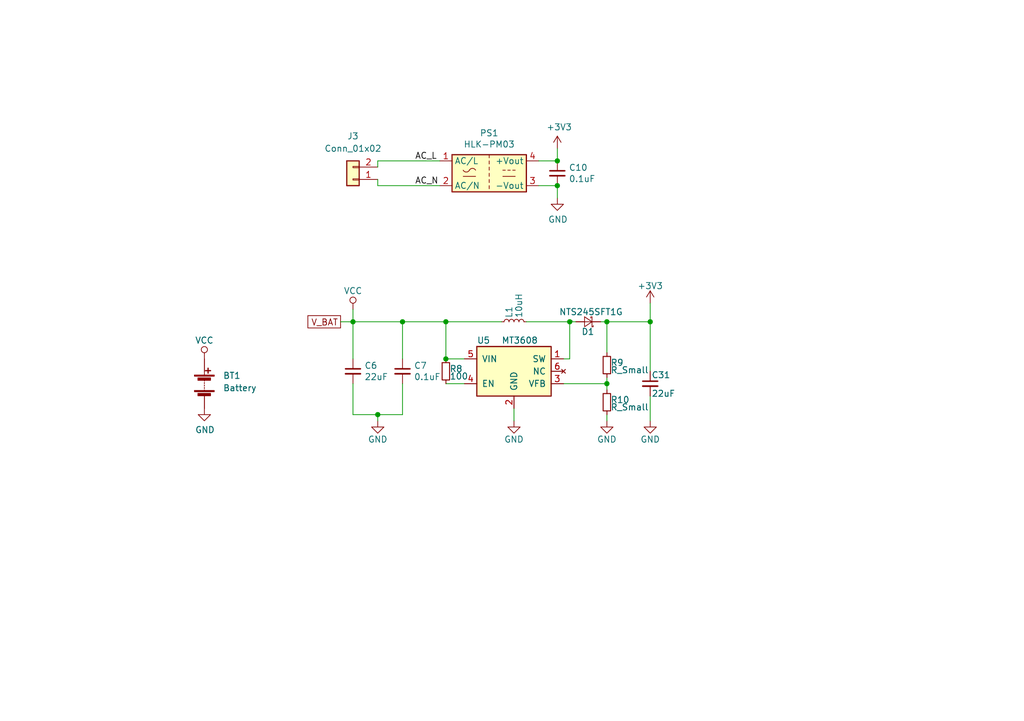
<source format=kicad_sch>
(kicad_sch (version 20211123) (generator eeschema)
  (paper "A5")
  (title_block (title "${TITLE}") (date "${DATE}") (rev "${REVISION}") (company "Juraj Giertl") (comment 1 "j74a8g@gmail.com"))
  (lib_symbols
    (symbol "Beeper-rescue:+3.3V" (power) (pin_names (offset 0))
      (property "Value" "+3.3V" (at 0 3.556 0))
      (symbol "+3.3V_0_1"
        (polyline (pts (xy -0.762 1.27) (xy 0 2.54)))
        (polyline (pts (xy 0 0) (xy 0 2.54)))
        (polyline (pts (xy 0 2.54) (xy 0.762 1.27)))
      )
      (symbol "+3.3V_1_1"
        (pin power_in line (at 0 0 90) (length 0) hide (name "+3V3") (number "1"))
      )
    )
    (symbol "Beeper-rescue:C_Small" (pin_numbers hide) (pin_names (offset 0.254) hide)
      (property "Reference" "C" (at 0.254 1.778 0))
      (property "Value" "C_Small" (at 0.254 -2.032 0))
      (symbol "C_Small_0_1"
        (polyline (pts (xy -1.524 -0.508) (xy 1.524 -0.508)) (stroke (width 0.3302)))
        (polyline (pts (xy -1.524 0.508) (xy 1.524 0.508)) (stroke (width 0.3048)))
      )
      (symbol "C_Small_1_1"
        (pin passive line (at 0 2.54 270) (length 2.032) (name "~") (number "1"))
        (pin passive line (at 0 -2.54 90) (length 2.032) (name "~") (number "2"))
      )
    )
    (symbol "Beeper-rescue:D_Schottky_Small" (pin_numbers hide) (pin_names (offset 0.254) hide)
      (property "Reference" "D" (at -1.27 2.032 0))
      (property "Value" "D_Schottky_Small" (at -7.112 -2.032 0))
      (symbol "D_Schottky_Small_0_1"
        (polyline (pts (xy -0.762 -1.016) (xy -0.762 1.016)))
        (polyline (pts (xy -0.762 0) (xy 0.762 0)))
        (polyline (pts (xy -0.762 -1.016) (xy -0.508 -1.016) (xy -0.508 -0.762)))
        (polyline (pts (xy -0.762 1.016) (xy -1.016 1.016) (xy -1.016 0.762)))
        (polyline (pts (xy 0.762 -1.016) (xy -0.762 0) (xy 0.762 1.016) (xy 0.762 -1.016)))
      )
      (symbol "D_Schottky_Small_1_1"
        (pin passive line (at -2.54 0 0) (length 1.778) (name "K") (number "1"))
        (pin passive line (at 2.54 0 180) (length 1.778) (name "A") (number "2"))
      )
    )
    (symbol "Beeper-rescue:GND" (power) (pin_names (offset 0))
      (property "Value" "GND" (at 0 -3.81 0))
      (symbol "GND_0_1"
        (polyline (pts (xy 0 0) (xy 0 -1.27) (xy 1.27 -1.27) (xy 0 -2.54) (xy -1.27 -1.27) (xy 0 -1.27)))
      )
      (symbol "GND_1_1"
        (pin power_in line (at 0 0 270) (length 0) hide (name "GND") (number "1"))
      )
    )
    (symbol "Beeper-rescue:L_Small" (pin_numbers hide) (pin_names (offset 0.254) hide)
      (property "Reference" "L" (at 0.762 1.016 0))
      (property "Value" "L_Small" (at 0.762 -1.016 0))
      (symbol "L_Small_0_1"
        (arc (start 0 -2.032) (mid 0.508 -1.524) (end 0 -1.016))
        (arc (start 0 -1.016) (mid 0.508 -0.508) (end 0 0))
        (arc (start 0 0) (mid 0.508 0.508) (end 0 1.016))
        (arc (start 0 1.016) (mid 0.508 1.524) (end 0 2.032))
      )
      (symbol "L_Small_1_1"
        (pin passive line (at 0 2.54 270) (length 0.508) (name "~") (number "1"))
        (pin passive line (at 0 -2.54 90) (length 0.508) (name "~") (number "2"))
      )
    )
    (symbol "Beeper-rescue:MT3608" (pin_names (offset 1.016))
      (property "Reference" "U" (at -7.62 6.35 0))
      (property "Value" "MT3608" (at -2.54 6.35 0))
      (symbol "MT3608_0_1"
        (rectangle (start -7.62 5.08) (end 7.62 -5.08) (stroke (width 0.254)) (fill (type background)))
      )
      (symbol "MT3608_1_1"
        (pin output line (at 10.16 2.54 180) (length 2.54) (name "SW") (number "1"))
        (pin power_in line (at 0 -7.62 90) (length 2.54) (name "GND") (number "2"))
        (pin input line (at 10.16 -2.54 180) (length 2.54) (name "VFB") (number "3"))
        (pin input line (at -10.16 -2.54 0) (length 2.54) (name "EN") (number "4"))
        (pin power_in line (at -10.16 2.54 0) (length 2.54) (name "VIN") (number "5"))
        (pin no_connect line (at 10.16 0 180) (length 2.54) (name "NC") (number "6"))
      )
    )
    (symbol "Beeper-rescue:R_Small" (pin_numbers hide) (pin_names (offset 0.254) hide)
      (property "Reference" "R" (at 0.762 0.508 0))
      (property "Value" "R_Small" (at 0.762 -1.016 0))
      (symbol "R_Small_0_1"
        (rectangle (start -0.762 1.778) (end 0.762 -1.778) (stroke (width 0.2032)))
      )
      (symbol "R_Small_1_1"
        (pin passive line (at 0 2.54 270) (length 0.762) (name "~") (number "1"))
        (pin passive line (at 0 -2.54 90) (length 0.762) (name "~") (number "2"))
      )
    )
    (symbol "Beeper-rescue:VCC" (power) (pin_names (offset 0))
      (property "Value" "VCC" (at 0 3.81 0))
      (symbol "VCC_0_1"
        (polyline (pts (xy 0 0) (xy 0 1.27)))
        (circle (center 0 1.905) (radius 0.635))
      )
      (symbol "VCC_1_1"
        (pin power_in line (at 0 0 90) (length 0) hide (name "VCC") (number "1"))
      )
    )
    (symbol "Connector_Generic:Conn_01x02" (pin_names (offset 1.016) hide)
      (property "Reference" "J" (at 0 2.54 0))
      (property "Value" "Conn_01x02" (at 0 -5.08 0))
      (symbol "Conn_01x02_1_1"
        (rectangle (start -1.27 -2.413) (end 0 -2.667) (stroke (width 0.1524)))
        (rectangle (start -1.27 0.127) (end 0 -0.127) (stroke (width 0.1524)))
        (rectangle (start -1.27 1.27) (end 1.27 -3.81) (stroke (width 0.254)) (fill (type background)))
        (pin passive line (at -5.08 0 0) (length 3.81) (name "Pin_1") (number "1"))
        (pin passive line (at -5.08 -2.54 0) (length 3.81) (name "Pin_2") (number "2"))
      )
    )
    (symbol "Converter_ACDC:HLK-PM03"
      (property "Reference" "PS" (at 0 5.08 0))
      (property "Value" "HLK-PM03" (at 0 -5.08 0))
      (symbol "HLK-PM03_0_1"
        (rectangle (start -7.62 3.81) (end 7.62 -3.81) (stroke (width 0.254)) (fill (type background)))
        (arc (start -5.334 0.635) (mid -4.699 0.2495) (end -4.064 0.635))
        (arc (start -2.794 0.635) (mid -3.429 1.0072) (end -4.064 0.635))
        (polyline (pts (xy -5.334 -0.635) (xy -2.794 -0.635)))
        (polyline (pts (xy 0 -2.54) (xy 0 -3.175)))
        (polyline (pts (xy 0 -1.27) (xy 0 -1.905)))
        (polyline (pts (xy 0 0) (xy 0 -0.635)))
        (polyline (pts (xy 0 1.27) (xy 0 0.635)))
        (polyline (pts (xy 0 2.54) (xy 0 1.905)))
        (polyline (pts (xy 0 3.81) (xy 0 3.175)))
        (polyline (pts (xy 2.794 -0.635) (xy 5.334 -0.635)))
        (polyline (pts (xy 2.794 0.635) (xy 3.302 0.635)))
        (polyline (pts (xy 3.81 0.635) (xy 4.318 0.635)))
        (polyline (pts (xy 4.826 0.635) (xy 5.334 0.635)))
      )
      (symbol "HLK-PM03_1_1"
        (pin power_in line (at -10.16 2.54 0) (length 2.54) (name "AC/L") (number "1"))
        (pin power_in line (at -10.16 -2.54 0) (length 2.54) (name "AC/N") (number "2"))
        (pin power_out line (at 10.16 -2.54 180) (length 2.54) (name "-Vout") (number "3"))
        (pin power_out line (at 10.16 2.54 180) (length 2.54) (name "+Vout") (number "4"))
      )
    )
    (symbol "Device:Battery" (pin_numbers hide) (pin_names (offset 0) hide)
      (property "Reference" "BT" (at 2.54 2.54 0))
      (property "Value" "Battery" (at 2.54 0 0))
      (symbol "Battery_0_1"
        (rectangle (start -2.032 -1.397) (end 2.032 -1.651) (fill (type outline)))
        (rectangle (start -2.032 1.778) (end 2.032 1.524) (fill (type outline)))
        (rectangle (start -1.3208 -1.9812) (end 1.27 -2.4892) (fill (type outline)))
        (rectangle (start -1.3208 1.1938) (end 1.27 0.6858) (fill (type outline)))
        (polyline (pts (xy 0 -1.524) (xy 0 -1.27)))
        (polyline (pts (xy 0 -1.016) (xy 0 -0.762)))
        (polyline (pts (xy 0 -0.508) (xy 0 -0.254)))
        (polyline (pts (xy 0 0) (xy 0 0.254)))
        (polyline (pts (xy 0 0.508) (xy 0 0.762)))
        (polyline (pts (xy 0 1.778) (xy 0 2.54)))
        (polyline (pts (xy 0.254 2.667) (xy 1.27 2.667)) (stroke (width 0.254)))
        (polyline (pts (xy 0.762 3.175) (xy 0.762 2.159)) (stroke (width 0.254)))
      )
      (symbol "Battery_1_1"
        (pin passive line (at 0 5.08 270) (length 2.54) (name "+") (number "1"))
        (pin passive line (at 0 -5.08 90) (length 2.54) (name "-") (number "2"))
      )
    )
    (symbol "Device:C_Small" (pin_numbers hide) (pin_names (offset 0.254) hide)
      (property "Reference" "C" (at 0.254 1.778 0))
      (property "Value" "C_Small" (at 0.254 -2.032 0))
      (symbol "C_Small_0_1"
        (polyline (pts (xy -1.524 -0.508) (xy 1.524 -0.508)) (stroke (width 0.3302)))
        (polyline (pts (xy -1.524 0.508) (xy 1.524 0.508)) (stroke (width 0.3048)))
      )
      (symbol "C_Small_1_1"
        (pin passive line (at 0 2.54 270) (length 2.032) (name "~") (number "1"))
        (pin passive line (at 0 -2.54 90) (length 2.032) (name "~") (number "2"))
      )
    )
    (symbol "power:+3.3V" (power) (pin_names (offset 0))
      (property "Value" "+3.3V" (at 0 3.556 0))
      (symbol "+3.3V_0_1"
        (polyline (pts (xy -0.762 1.27) (xy 0 2.54)))
        (polyline (pts (xy 0 0) (xy 0 2.54)))
        (polyline (pts (xy 0 2.54) (xy 0.762 1.27)))
      )
      (symbol "+3.3V_1_1"
        (pin power_in line (at 0 0 90) (length 0) hide (name "+3V3") (number "1"))
      )
    )
    (symbol "power:GND" (power) (pin_names (offset 0))
      (property "Value" "GND" (at 0 -3.81 0))
      (symbol "GND_0_1"
        (polyline (pts (xy 0 0) (xy 0 -1.27) (xy 1.27 -1.27) (xy 0 -2.54) (xy -1.27 -1.27) (xy 0 -1.27)))
      )
      (symbol "GND_1_1"
        (pin power_in line (at 0 0 270) (length 0) hide (name "GND") (number "1"))
      )
    )
  )
  (junction (at 114.3 38.1))
  (junction (at 77.47 85.09))
  (junction (at 72.39 66.04))
  (junction (at 124.46 66.04))
  (junction (at 116.84 66.04))
  (junction (at 82.55 66.04))
  (junction (at 91.44 73.66))
  (junction (at 91.44 66.04))
  (junction (at 114.3 33.02))
  (junction (at 133.35 66.04))
  (junction (at 124.46 78.74))
  (wire (pts (xy 82.55 78.74) (xy 82.55 85.09)))
  (wire (pts (xy 77.47 85.09) (xy 77.47 86.36)))
  (wire (pts (xy 124.46 66.04) (xy 133.35 66.04)))
  (wire (pts (xy 124.46 66.04) (xy 124.46 72.39)))
  (wire (pts (xy 110.49 38.1) (xy 114.3 38.1)))
  (wire (pts (xy 116.84 73.66) (xy 115.57 73.66)))
  (wire (pts (xy 123.19 66.04) (xy 124.46 66.04)))
  (wire (pts (xy 77.47 33.02) (xy 77.47 34.29)))
  (wire (pts (xy 115.57 78.74) (xy 124.46 78.74)))
  (wire (pts (xy 116.84 66.04) (xy 118.11 66.04)))
  (wire (pts (xy 90.17 38.1) (xy 77.47 38.1)))
  (wire (pts (xy 82.55 66.04) (xy 82.55 73.66)))
  (wire (pts (xy 114.3 38.1) (xy 114.3 40.64)))
  (wire (pts (xy 133.35 66.04) (xy 133.35 76.2)))
  (wire (pts (xy 124.46 86.36) (xy 124.46 85.09)))
  (wire (pts (xy 105.41 86.36) (xy 105.41 83.82)))
  (wire (pts (xy 116.84 66.04) (xy 116.84 73.66)))
  (wire (pts (xy 114.3 33.02) (xy 114.3 30.48)))
  (wire (pts (xy 77.47 36.83) (xy 77.47 38.1)))
  (wire (pts (xy 82.55 66.04) (xy 91.44 66.04)))
  (wire (pts (xy 72.39 85.09) (xy 77.47 85.09)))
  (wire (pts (xy 77.47 85.09) (xy 82.55 85.09)))
  (wire (pts (xy 69.85 66.04) (xy 72.39 66.04)))
  (wire (pts (xy 107.95 66.04) (xy 116.84 66.04)))
  (wire (pts (xy 91.44 73.66) (xy 95.25 73.66)))
  (wire (pts (xy 133.35 81.28) (xy 133.35 86.36)))
  (wire (pts (xy 124.46 78.74) (xy 124.46 80.01)))
  (wire (pts (xy 72.39 78.74) (xy 72.39 85.09)))
  (wire (pts (xy 90.17 33.02) (xy 77.47 33.02)))
  (wire (pts (xy 133.35 62.23) (xy 133.35 66.04)))
  (wire (pts (xy 91.44 66.04) (xy 91.44 73.66)))
  (wire (pts (xy 95.25 78.74) (xy 91.44 78.74)))
  (wire (pts (xy 110.49 33.02) (xy 114.3 33.02)))
  (wire (pts (xy 124.46 77.47) (xy 124.46 78.74)))
  (wire (pts (xy 72.39 66.04) (xy 82.55 66.04)))
  (wire (pts (xy 72.39 73.66) (xy 72.39 66.04)))
  (wire (pts (xy 91.44 66.04) (xy 102.87 66.04)))
  (wire (pts (xy 72.39 63.5) (xy 72.39 66.04)))
  (label "AC_N" (at 85.09 38.1 0))
  (label "sw" (at 116.84 66.04 0) (effects (font (size 0.27 0.27))))
  (label "AC_L" (at 85.09 33.02 0))
  (global_label "V_BAT" (shape passive) (at 69.85 66.04 180) (property "Intersheet References" "${INTERSHEET_REFS}" (effects hide)))
  (symbol (lib_id "Beeper-rescue:VCC") (at 41.91 73.66 0) (unit 1)
    (property "Reference" "#PWR0108" (effects hide))
    (property "Value" "VCC" (at 41.91 69.85 0))
  )
  (symbol (lib_id "Device:C_Small") (at 72.39 76.2 0) (unit 1)
    (property "Reference" "C6" (at 74.7268 75.0316 0) (effects (justify left)))
    (property "Value" "22uF" (at 74.7268 77.343 0) (effects (justify left)))
    (property "Footprint" "Capacitor_SMD:C_0805_2012Metric" (effects hide))
  )
  (symbol (lib_id "power:GND") (at 114.3 40.64 0) (unit 1)
    (property "Reference" "#PWR014" (effects hide))
    (property "Value" "GND" (at 114.427 45.0342 0))
  )
  (symbol (lib_id "Beeper-rescue:MT3608") (at 105.41 76.2 0) (unit 1)
    (property "Reference" "U5" (at 97.79 69.85 0) (effects (justify left)))
    (property "Value" "MT3608" (at 102.87 69.85 0) (effects (justify left)))
    (property "Footprint" "Package_TO_SOT_SMD:SOT-23-6" (effects hide))
  )
  (symbol (lib_id "Beeper-rescue:GND") (at 133.35 86.36 0) (unit 1)
    (property "Reference" "#PWR0106" (effects hide))
    (property "Value" "GND" (at 133.35 90.17 0))
  )
  (symbol (lib_id "Beeper-rescue:R_Small") (at 91.44 76.2 0) (unit 1)
    (property "Reference" "R8" (at 92.202 75.692 0) (effects (justify left)))
    (property "Value" "100" (at 92.202 77.216 0) (effects (justify left)))
    (property "Footprint" "Resistor_SMD:R_0805_2012Metric" (effects hide))
  )
  (symbol (lib_id "Beeper-rescue:R_Small") (at 124.46 74.93 0) (unit 1)
    (property "Reference" "R9" (at 125.222 74.422 0) (effects (justify left)))
    (property "Value" "R_Small" (at 125.222 75.946 0) (effects (justify left)))
    (property "Footprint" "Resistor_SMD:R_0805_2012Metric" (effects hide))
  )
  (symbol (lib_id "Beeper-rescue:GND") (at 124.46 86.36 0) (unit 1)
    (property "Reference" "#PWR0105" (effects hide))
    (property "Value" "GND" (at 124.46 90.17 0))
  )
  (symbol (lib_id "Beeper-rescue:C_Small") (at 133.35 78.74 0) (unit 1)
    (property "Reference" "C31" (at 133.604 76.962 0) (effects (justify left)))
    (property "Value" "22uF" (at 133.604 80.772 0) (effects (justify left)))
    (property "Footprint" "Capacitor_SMD:C_0805_2012Metric" (effects hide))
  )
  (symbol (lib_id "Device:C_Small") (at 114.3 35.56 0) (unit 1)
    (property "Reference" "C10" (at 116.6368 34.3916 0) (effects (justify left)))
    (property "Value" "0.1uF" (at 116.6368 36.703 0) (effects (justify left)))
    (property "Footprint" "Capacitor_SMD:C_0805_2012Metric" (effects hide))
  )
  (symbol (lib_id "Beeper-rescue:GND") (at 77.47 86.36 0) (unit 1)
    (property "Reference" "#PWR0104" (effects hide))
    (property "Value" "GND" (at 77.47 90.17 0))
  )
  (symbol (lib_id "Converter_ACDC:HLK-PM03") (at 100.33 35.56 0) (unit 1)
    (property "Reference" "PS1" (at 100.33 27.305 0))
    (property "Value" "HLK-PM03" (at 100.33 29.6164 0))
    (property "Footprint" "Converter_ACDC:Converter_ACDC_HiLink_HLK-PMxx" (effects hide))
    (property "Datasheet" "http://www.hlktech.net/product_detail.php?ProId=59" (effects hide))
  )
  (symbol (lib_id "Beeper-rescue:GND") (at 105.41 86.36 0) (unit 1)
    (property "Reference" "#PWR0103" (effects hide))
    (property "Value" "GND" (at 105.41 90.17 0))
  )
  (symbol (lib_id "Beeper-rescue:L_Small") (at 105.41 66.04 90) (unit 1)
    (property "Reference" "L1" (at 104.394 65.278 0) (effects (justify left)))
    (property "Value" "10uH" (at 106.426 65.278 0) (effects (justify left)))
    (property "Footprint" "Inductor_SMD:L_1008_2520Metric" (effects hide))
  )
  (symbol (lib_id "power:+3.3V") (at 114.3 30.48 0) (unit 1)
    (property "Reference" "#PWR010" (effects hide))
    (property "Value" "+3.3V" (at 114.681 26.0858 0))
  )
  (symbol (lib_id "Beeper-rescue:VCC") (at 72.39 63.5 0) (unit 1)
    (property "Reference" "#PWR0102" (effects hide))
    (property "Value" "VCC" (at 72.39 59.69 0))
  )
  (symbol (lib_id "Beeper-rescue:D_Schottky_Small") (at 120.65 66.04 180) (unit 1)
    (property "Reference" "D1" (at 121.92 68.072 0) (effects (justify left)))
    (property "Value" "NTS245SFT1G" (at 127.762 64.008 0) (effects (justify left)))
    (property "Footprint" "Diode_SMD:D_SOD-123" (effects hide))
  )
  (symbol (lib_id "Beeper-rescue:+3.3V") (at 133.35 62.23 0) (unit 1)
    (property "Reference" "#PWR0107" (effects hide))
    (property "Value" "+3.3V" (at 133.35 58.674 0))
  )
  (symbol (lib_id "power:GND") (at 41.91 83.82 0) (unit 1)
    (property "Reference" "#PWR0109" (effects hide))
    (property "Value" "GND" (at 42.037 88.2142 0))
  )
  (symbol (lib_id "Device:Battery") (at 41.91 78.74 0) (unit 1)
    (property "Reference" "BT1" (at 45.72 77.0889 0) (effects (justify left)))
    (property "Value" "Battery" (at 45.72 79.6289 0) (effects (justify left)))
    (property "Footprint" "ER-CON30HB:ER-CON2.0-2P-SMD" (effects hide))
  )
  (symbol (lib_id "Connector_Generic:Conn_01x02") (at 72.39 36.83 180) (unit 1)
    (property "Reference" "J3" (at 72.39 27.94 0))
    (property "Value" "Conn_01x02" (at 72.39 30.48 0))
    (property "Footprint" "Connector_Phoenix_MSTB:PhoenixContact_MSTBVA_2,5_2-G-5,08_1x02_P5.08mm_Vertical" (effects hide))
  )
  (symbol (lib_id "Beeper-rescue:R_Small") (at 124.46 82.55 0) (unit 1)
    (property "Reference" "R10" (at 125.222 82.042 0) (effects (justify left)))
    (property "Value" "R_Small" (at 125.222 83.566 0) (effects (justify left)))
    (property "Footprint" "Resistor_SMD:R_0805_2012Metric" (effects hide))
  )
  (symbol (lib_id "Device:C_Small") (at 82.55 76.2 0) (unit 1)
    (property "Reference" "C7" (at 84.8868 75.0316 0) (effects (justify left)))
    (property "Value" "0.1uF" (at 84.8868 77.343 0) (effects (justify left)))
    (property "Footprint" "Capacitor_SMD:C_0805_2012Metric" (effects hide))
  )
)
</source>
